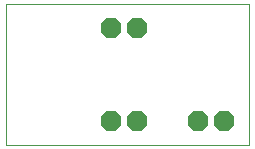
<source format=gbs>
G75*
%MOIN*%
%OFA0B0*%
%FSLAX24Y24*%
%IPPOS*%
%LPD*%
%AMOC8*
5,1,8,0,0,1.08239X$1,22.5*
%
%ADD10C,0.0000*%
%ADD11OC8,0.0670*%
D10*
X001050Y002363D02*
X001050Y007088D01*
X009160Y007088D01*
X009160Y002363D01*
X001050Y002363D01*
D11*
X004550Y003170D03*
X005400Y003170D03*
X007450Y003170D03*
X008300Y003170D03*
X005400Y006288D03*
X004550Y006288D03*
M02*

</source>
